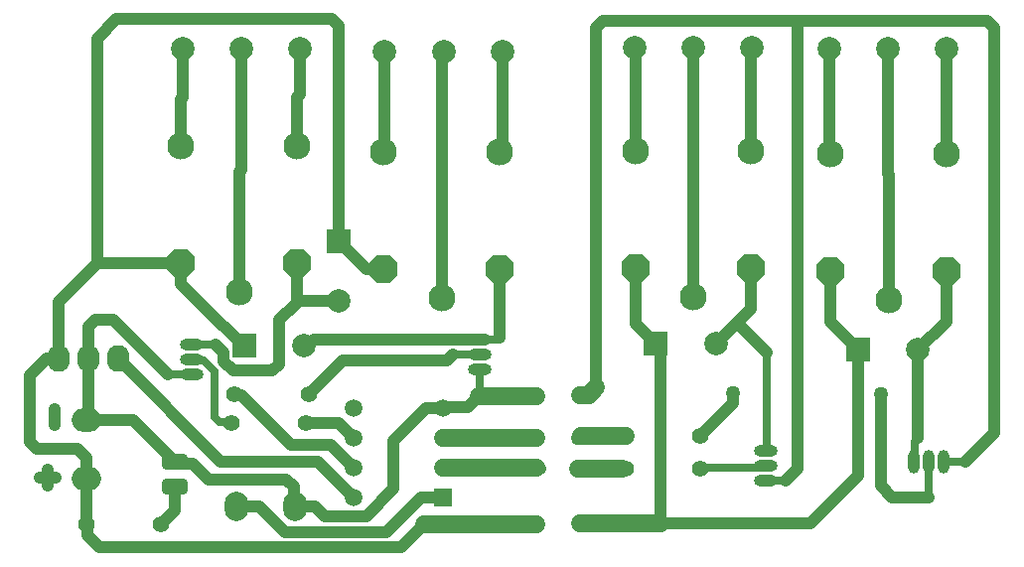
<source format=gbl>
G04*
G04 #@! TF.GenerationSoftware,Altium Limited,Altium Designer,23.10.1 (27)*
G04*
G04 Layer_Physical_Order=2*
G04 Layer_Color=16711680*
%FSLAX43Y43*%
%MOMM*%
G71*
G04*
G04 #@! TF.SameCoordinates,D6ED3C60-ED2A-43FF-ABD2-B4C8165299AB*
G04*
G04*
G04 #@! TF.FilePolarity,Positive*
G04*
G01*
G75*
%ADD10C,1.000*%
%ADD11C,0.700*%
%ADD12C,1.500*%
%ADD13C,1.397*%
%ADD14C,2.000*%
%ADD15R,2.000X2.000*%
%ADD16O,2.000X2.500*%
%ADD17O,2.000X1.000*%
%ADD18O,2.000X1.000*%
%ADD19C,2.300*%
G04:AMPARAMS|DCode=20|XSize=2.3mm|YSize=2.3mm|CornerRadius=0mm|HoleSize=0mm|Usage=FLASHONLY|Rotation=0.000|XOffset=0mm|YOffset=0mm|HoleType=Round|Shape=Octagon|*
%AMOCTAGOND20*
4,1,8,1.150,-0.575,1.150,0.575,0.575,1.150,-0.575,1.150,-1.150,0.575,-1.150,-0.575,-0.575,-1.150,0.575,-1.150,1.150,-0.575,0.0*
%
%ADD20OCTAGOND20*%

%ADD21O,2.500X2.000*%
%ADD22C,1.500*%
%ADD23R,1.500X1.500*%
%ADD24O,1.905X2.286*%
G04:AMPARAMS|DCode=25|XSize=2.2mm|YSize=1.3mm|CornerRadius=0.325mm|HoleSize=0mm|Usage=FLASHONLY|Rotation=0.000|XOffset=0mm|YOffset=0mm|HoleType=Round|Shape=RoundedRectangle|*
%AMROUNDEDRECTD25*
21,1,2.200,0.650,0,0,0.0*
21,1,1.550,1.300,0,0,0.0*
1,1,0.650,0.775,-0.325*
1,1,0.650,-0.775,-0.325*
1,1,0.650,-0.775,0.325*
1,1,0.650,0.775,0.325*
%
%ADD25ROUNDEDRECTD25*%
%ADD26R,2.000X2.000*%
%ADD27O,1.000X2.000*%
%ADD28O,1.000X2.000*%
%ADD29C,1.270*%
D10*
X66294Y6731D02*
X67310Y7747D01*
X50751Y45974D02*
X67310D01*
Y7747D02*
Y45974D01*
X83488D01*
X1905Y15773D02*
X3277Y17145D01*
X2491Y9467D02*
X5911D01*
X1905Y10053D02*
X2491Y9467D01*
X1905Y10053D02*
Y15773D01*
X3277Y17145D02*
X4318D01*
X6693Y6976D02*
Y8685D01*
X5911Y9467D02*
X6693Y8685D01*
Y6976D02*
X6731Y6938D01*
Y3048D02*
Y6938D01*
X62178Y20245D02*
X63373Y21440D01*
X62178Y20245D02*
X64706Y17716D01*
X60348Y18415D02*
X62178Y20245D01*
X50165Y14734D02*
Y45388D01*
X48690Y14018D02*
X48742Y14070D01*
X50165Y45388D02*
X50751Y45974D01*
X74370Y14149D02*
X74422Y14097D01*
X72494Y7165D02*
Y17907D01*
X48692Y3048D02*
X48768Y3124D01*
X55626D02*
X68453D01*
X72494Y7165D01*
X33523Y1058D02*
X35514Y3048D01*
X7832Y1058D02*
X33523D01*
X74422Y6318D02*
Y14097D01*
Y6318D02*
X75389Y5351D01*
X45137Y7822D02*
X45328D01*
X45403Y7747D01*
X45085Y7874D02*
X45137Y7822D01*
X77597Y10414D02*
Y17907D01*
X75389Y5351D02*
X78486D01*
X63373Y21440D02*
Y24892D01*
X84074Y10795D02*
Y45388D01*
X83488Y45974D02*
X84074Y45388D01*
X28194Y27178D02*
Y45515D01*
X7620Y44450D02*
X9271Y46101D01*
X27608D01*
X28194Y45515D01*
X35687Y12954D02*
X37084D01*
X32893Y6071D02*
Y10160D01*
X35687Y12954D01*
X37084D02*
X37180Y13050D01*
X48641Y10414D02*
X48714D01*
X52629Y7798D02*
X52705Y7874D01*
X52348Y7798D02*
X52629D01*
X52297Y7747D02*
X52348Y7798D01*
X61849Y13335D02*
Y14224D01*
X59055Y10541D02*
X61849Y13335D01*
X81661Y8382D02*
X84074Y10795D01*
X6858Y17145D02*
Y19861D01*
Y12065D02*
Y17145D01*
X18161Y8382D02*
X26416D01*
X9398Y17145D02*
X18161Y8382D01*
X26416D02*
X29464Y5334D01*
X15763Y8240D02*
X17145Y6858D01*
X24380Y4703D02*
Y6227D01*
X23749Y6858D02*
X24380Y6227D01*
X17145Y6858D02*
X23749D01*
X24380Y4703D02*
X24511Y4572D01*
X24130Y9779D02*
X27559D01*
X29464Y7874D01*
X19888Y14021D02*
X24130Y9779D01*
X19380Y14021D02*
X19888D01*
X19304Y14097D02*
X19380Y14021D01*
X42131Y34979D02*
Y43307D01*
X41917Y34765D02*
X42131Y34979D01*
X36967Y43143D02*
X37131Y43307D01*
X36967Y22315D02*
Y43143D01*
X32017Y34765D02*
X32131Y34879D01*
Y43307D01*
X24638Y22225D02*
Y25273D01*
X24788Y22075D02*
X28194D01*
X24638Y22225D02*
X24788Y22075D01*
X7444Y20447D02*
X9017D01*
X13624Y15840D01*
X6858Y19861D02*
X7444Y20447D01*
X18370Y16957D02*
Y17698D01*
Y16957D02*
X19198Y16129D01*
X17688Y18380D02*
X18370Y17698D01*
X23114Y16715D02*
Y20447D01*
X22528Y16129D02*
X23114Y16715D01*
X19198Y16129D02*
X22528D01*
X37435Y16988D02*
X37938Y17491D01*
X28545Y16988D02*
X37435D01*
X25273Y18288D02*
X25544D01*
X26047Y18791D01*
X39751D01*
X41917Y18930D02*
Y24765D01*
X14224Y8382D02*
X14366Y8240D01*
X10668Y11938D02*
X14224Y8382D01*
X30574Y3751D02*
X32893Y6071D01*
X39212Y13050D02*
X40180Y14018D01*
X37180Y13050D02*
X39212D01*
X55626Y3124D02*
Y18034D01*
X55245Y18415D02*
X55626Y18034D01*
X53473Y20187D02*
X55245Y18415D01*
X25654Y14097D02*
X28545Y16988D01*
X23114Y20447D02*
X24551Y21884D01*
X7620Y25273D02*
Y44450D01*
X25583Y11684D02*
X28194D01*
X29464Y10414D01*
X14366Y8240D02*
X15763D01*
X24511Y4572D02*
X26179D01*
X21438D02*
X23652Y2358D01*
X19511Y4572D02*
X21438D01*
X23652Y2358D02*
X32233D01*
X6731Y11938D02*
X6858Y12065D01*
X6731Y3048D02*
X6807Y2972D01*
Y2083D02*
Y2972D01*
Y2083D02*
X7832Y1058D01*
X13081Y3048D02*
X14224Y4191D01*
Y6223D01*
X48714Y10414D02*
X48841Y10541D01*
X70110Y20291D02*
Y24638D01*
Y20291D02*
X72494Y17907D01*
X80010Y20320D02*
Y24638D01*
X77597Y17907D02*
X80010Y20320D01*
X70010Y34738D02*
X70110Y34638D01*
X70010Y34738D02*
Y43561D01*
X53473Y34892D02*
Y43635D01*
X63373Y34892D02*
Y43641D01*
X58423Y22442D02*
Y43685D01*
X53473Y20187D02*
Y24892D01*
X14738Y23514D02*
Y25273D01*
X17780Y20472D02*
X20170Y18288D01*
X24892Y39675D02*
Y43561D01*
X24638Y39421D02*
X24892Y39675D01*
X24638Y35273D02*
Y39421D01*
X30607Y24765D02*
X32017D01*
X28194Y27178D02*
X30607Y24765D01*
X32233Y2358D02*
X35209Y5334D01*
X37084D01*
X26179Y4572D02*
X27000Y3751D01*
X30574D01*
X6731Y11938D02*
X10668D01*
X7620Y25273D02*
X14738D01*
X4318Y21971D02*
X7620Y25273D01*
X4318Y17145D02*
Y21971D01*
X14738Y23514D02*
X17780Y20472D01*
X19892Y33275D02*
Y43561D01*
X19688Y33071D02*
X19892Y33275D01*
X19688Y22823D02*
Y33071D01*
X14892Y39473D02*
Y43561D01*
X14738Y39319D02*
X14892Y39473D01*
X14738Y35273D02*
Y39319D01*
X75010Y32892D02*
Y43561D01*
Y32892D02*
X75060Y32842D01*
Y22188D02*
Y32842D01*
X80010Y34638D02*
Y43561D01*
X3414Y6334D02*
Y7667D01*
X2747Y7000D02*
X4080D01*
X3953Y11541D02*
Y12874D01*
D11*
X64643Y9271D02*
X64706Y9335D01*
Y17716D01*
X59055Y7747D02*
X59188Y7880D01*
X59681D01*
X59682Y7881D01*
X63811D01*
X63873Y7944D02*
X64586D01*
X63811Y7881D02*
X63873Y7944D01*
X64586D02*
X64643Y8001D01*
X77273Y8439D02*
Y10090D01*
X77597Y10414D01*
X77216Y8382D02*
X77273Y8439D01*
X64643Y6731D02*
X66294D01*
X78486Y5351D02*
Y8382D01*
X78486Y5351D02*
X78486Y5351D01*
X79756Y8382D02*
X81661D01*
X13624Y15840D02*
X15669D01*
X17220Y16480D02*
Y16550D01*
Y16480D02*
X17653Y16047D01*
X15726Y17053D02*
X16717D01*
X17220Y16550D01*
X17653Y12180D02*
Y16047D01*
X37938Y17491D02*
X40180D01*
X39751Y18791D02*
X41778D01*
X41917Y18930D01*
X40180Y14018D02*
Y16221D01*
X40180Y17491D02*
X40180Y17491D01*
X15669Y18380D02*
X17688D01*
X15669Y17110D02*
X15726Y17053D01*
X18964Y11770D02*
X19050Y11684D01*
X18063Y11770D02*
X18964D01*
X17653Y12180D02*
X18063Y11770D01*
D12*
X48742Y14070D02*
X49501D01*
X50165Y14734D01*
X35514Y3048D02*
X45085D01*
X40132Y13970D02*
X45085D01*
X48641Y7747D02*
X52297D01*
X37084Y7874D02*
X45085D01*
X37084Y10414D02*
X45085D01*
X48768Y3124D02*
X55626D01*
X48841Y10541D02*
X52705D01*
D13*
X59055D02*
D03*
X52705D02*
D03*
Y7747D02*
D03*
X59055D02*
D03*
X25400Y11684D02*
D03*
X19050D02*
D03*
X19304Y14097D02*
D03*
X25654D02*
D03*
X13081Y3048D02*
D03*
X6731D02*
D03*
D14*
X25273Y18288D02*
D03*
X75010Y43561D02*
D03*
X80010D02*
D03*
X70010D02*
D03*
X58420Y43688D02*
D03*
X63420D02*
D03*
X53420D02*
D03*
X37131Y43307D02*
D03*
X42131D02*
D03*
X32131D02*
D03*
X19892Y43561D02*
D03*
X24892D02*
D03*
X14892D02*
D03*
X60348Y18415D02*
D03*
X28194Y22075D02*
D03*
X77597Y17907D02*
D03*
D15*
X20170Y18288D02*
D03*
X55245Y18415D02*
D03*
X72494Y17907D02*
D03*
D16*
X24511Y4572D02*
D03*
X19511D02*
D03*
D17*
X15669Y15840D02*
D03*
Y17110D02*
D03*
X40180Y16221D02*
D03*
Y17491D02*
D03*
X64643Y6731D02*
D03*
Y8001D02*
D03*
D18*
X15669Y18380D02*
D03*
X40180Y18761D02*
D03*
X64643Y9271D02*
D03*
D19*
X32017Y34765D02*
D03*
X41917D02*
D03*
X36967Y22315D02*
D03*
X53473Y34892D02*
D03*
X63373D02*
D03*
X58423Y22442D02*
D03*
X14738Y35273D02*
D03*
X24638D02*
D03*
X19688Y22823D02*
D03*
X70110Y34638D02*
D03*
X80010D02*
D03*
X75060Y22188D02*
D03*
D20*
X32017Y24765D02*
D03*
X41917D02*
D03*
X53473Y24892D02*
D03*
X63373D02*
D03*
X14738Y25273D02*
D03*
X24638D02*
D03*
X70110Y24638D02*
D03*
X80010D02*
D03*
D21*
X6731Y11938D02*
D03*
Y6938D02*
D03*
D22*
X29464Y12954D02*
D03*
Y10414D02*
D03*
Y7874D02*
D03*
Y5334D02*
D03*
X37084Y12954D02*
D03*
Y10414D02*
D03*
Y7874D02*
D03*
D23*
Y5334D02*
D03*
D24*
X4318Y17145D02*
D03*
X6858D02*
D03*
X9398D02*
D03*
D25*
X14224Y8382D02*
D03*
Y6223D02*
D03*
D26*
X28194Y27178D02*
D03*
D27*
X79756Y8382D02*
D03*
X78486D02*
D03*
D28*
X77216D02*
D03*
D29*
X74422Y14097D02*
D03*
X48641Y7747D02*
D03*
X45085Y13970D02*
D03*
Y3048D02*
D03*
Y10414D02*
D03*
Y7874D02*
D03*
X61849Y14224D02*
D03*
X48690Y14018D02*
D03*
X48768Y3048D02*
D03*
X48641Y10414D02*
D03*
M02*

</source>
